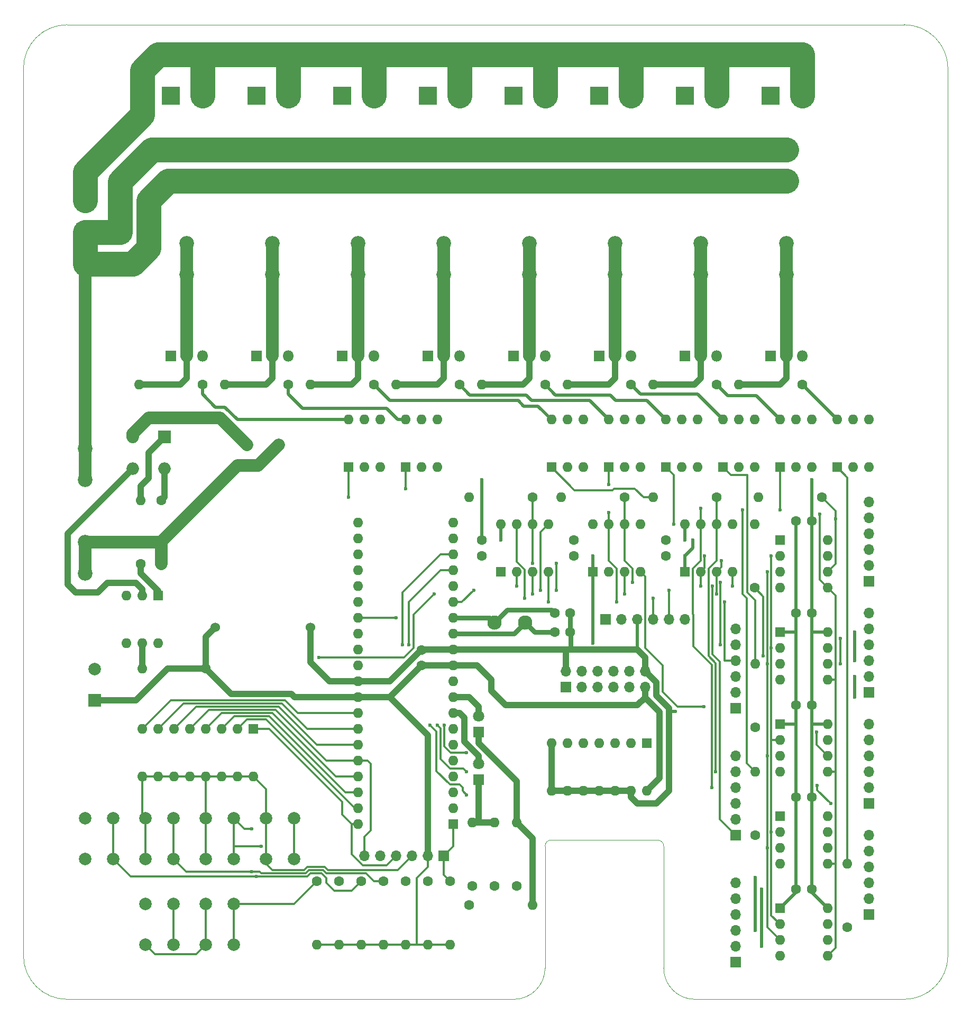
<source format=gbr>
%TF.GenerationSoftware,KiCad,Pcbnew,4.0.7*%
%TF.CreationDate,2018-08-22T18:45:23+01:00*%
%TF.ProjectId,dmx-eth-dimmer,646D782D6574682D64696D6D65722E6B,rev?*%
%TF.FileFunction,Copper,L2,Bot,Signal*%
%FSLAX46Y46*%
G04 Gerber Fmt 4.6, Leading zero omitted, Abs format (unit mm)*
G04 Created by KiCad (PCBNEW 4.0.7) date 08/22/18 18:45:23*
%MOMM*%
%LPD*%
G01*
G04 APERTURE LIST*
%ADD10C,0.150000*%
%ADD11C,0.100000*%
%ADD12R,1.600000X1.600000*%
%ADD13O,1.600000X1.600000*%
%ADD14C,1.600000*%
%ADD15C,1.524000*%
%ADD16R,2.000000X2.000000*%
%ADD17C,2.000000*%
%ADD18R,1.800000X1.800000*%
%ADD19C,1.800000*%
%ADD20O,1.800000X1.800000*%
%ADD21C,2.350000*%
%ADD22R,3.000000X3.000000*%
%ADD23C,3.000000*%
%ADD24R,1.700000X1.700000*%
%ADD25O,1.700000X1.700000*%
%ADD26C,2.300000*%
%ADD27O,2.000000X2.000000*%
%ADD28C,0.600000*%
%ADD29C,0.800000*%
%ADD30C,1.000000*%
%ADD31C,0.500000*%
%ADD32C,0.300000*%
%ADD33C,2.000000*%
%ADD34C,4.000000*%
G04 APERTURE END LIST*
D10*
D11*
X96500000Y-144500000D02*
X96500000Y-164000000D01*
X114500000Y-143500000D02*
X97500000Y-143500000D01*
X115500000Y-164000000D02*
X115500000Y-144500000D01*
X115500000Y-144500000D02*
G75*
G03X114500000Y-143500000I-1000000J0D01*
G01*
X97500000Y-143500000D02*
G75*
G03X96500000Y-144500000I0J-1000000D01*
G01*
X91500000Y-169000000D02*
X20000000Y-169000000D01*
X120500000Y-169000000D02*
X154000000Y-169000000D01*
X115500000Y-164000000D02*
G75*
G03X120500000Y-169000000I5000000J0D01*
G01*
X91500000Y-169000000D02*
G75*
G03X96500000Y-164000000I0J5000000D01*
G01*
X13000000Y-162000000D02*
X13000000Y-20000000D01*
X161000000Y-20000000D02*
X161000000Y-162000000D01*
X20000000Y-13000000D02*
X154000000Y-13000000D01*
X13000000Y-162000000D02*
G75*
G03X20000000Y-169000000I7000000J0D01*
G01*
X154000000Y-169000000D02*
G75*
G03X161000000Y-162000000I0J7000000D01*
G01*
X161000000Y-20000000D02*
G75*
G03X154000000Y-13000000I-7000000J0D01*
G01*
X20000000Y-13000000D02*
G75*
G03X13000000Y-20000000I0J-7000000D01*
G01*
D12*
X134112000Y-95504000D03*
D13*
X141732000Y-103124000D03*
X134112000Y-98044000D03*
X141732000Y-100584000D03*
X134112000Y-100584000D03*
X141732000Y-98044000D03*
X134112000Y-103124000D03*
X141732000Y-95504000D03*
D14*
X137668000Y-70612000D03*
D13*
X127508000Y-70612000D03*
D15*
X43688000Y-109474000D03*
X58928000Y-109474000D03*
X53848000Y-80264000D03*
X48768000Y-80264000D03*
D14*
X98044000Y-110236000D03*
X100544000Y-110236000D03*
X98044000Y-107188000D03*
X100544000Y-107188000D03*
D16*
X24384000Y-121158000D03*
D17*
X24384000Y-116158000D03*
D14*
X76708000Y-115570000D03*
X76708000Y-113070000D03*
X86360000Y-95504000D03*
X86360000Y-98004000D03*
X101092000Y-95504000D03*
X101092000Y-98004000D03*
X115824000Y-95504000D03*
X115824000Y-98004000D03*
X139192000Y-92456000D03*
X136692000Y-92456000D03*
X139192000Y-107188000D03*
X136692000Y-107188000D03*
X139192000Y-121920000D03*
X136692000Y-121920000D03*
X139192000Y-136652000D03*
X136692000Y-136652000D03*
X139192000Y-151384000D03*
X136692000Y-151384000D03*
D18*
X85852000Y-133858000D03*
D19*
X85852000Y-131318000D03*
D18*
X85852000Y-126238000D03*
D19*
X85852000Y-123698000D03*
D18*
X36576000Y-66040000D03*
D20*
X39116000Y-66040000D03*
X41656000Y-66040000D03*
D18*
X50292000Y-66040000D03*
D20*
X52832000Y-66040000D03*
X55372000Y-66040000D03*
D18*
X64008000Y-66040000D03*
D20*
X66548000Y-66040000D03*
X69088000Y-66040000D03*
D18*
X77724000Y-66040000D03*
D20*
X80264000Y-66040000D03*
X82804000Y-66040000D03*
D18*
X91440000Y-66040000D03*
D20*
X93980000Y-66040000D03*
X96520000Y-66040000D03*
D18*
X105156000Y-66040000D03*
D20*
X107696000Y-66040000D03*
X110236000Y-66040000D03*
D18*
X118872000Y-66040000D03*
D20*
X121412000Y-66040000D03*
X123952000Y-66040000D03*
D18*
X132588000Y-66040000D03*
D20*
X135128000Y-66040000D03*
X137668000Y-66040000D03*
D21*
X22860000Y-85838000D03*
X22860000Y-80838000D03*
X22860000Y-95838000D03*
X22860000Y-100838000D03*
X39116000Y-48020000D03*
X39116000Y-53020000D03*
X39116000Y-38020000D03*
X39116000Y-33020000D03*
X52832000Y-48020000D03*
X52832000Y-53020000D03*
X52832000Y-38020000D03*
X52832000Y-33020000D03*
X66548000Y-48020000D03*
X66548000Y-53020000D03*
X66548000Y-38020000D03*
X66548000Y-33020000D03*
X80264000Y-48020000D03*
X80264000Y-53020000D03*
X80264000Y-38020000D03*
X80264000Y-33020000D03*
X93980000Y-48020000D03*
X93980000Y-53020000D03*
X93980000Y-38020000D03*
X93980000Y-33020000D03*
X107696000Y-48020000D03*
X107696000Y-53020000D03*
X107696000Y-38020000D03*
X107696000Y-33020000D03*
X121412000Y-48020000D03*
X121412000Y-53020000D03*
X121412000Y-38020000D03*
X121412000Y-33020000D03*
X135128000Y-48020000D03*
X135128000Y-53020000D03*
X135128000Y-38020000D03*
X135128000Y-33020000D03*
D22*
X22860000Y-46228000D03*
D23*
X22860000Y-41148000D03*
D24*
X80264000Y-146050000D03*
D25*
X77724000Y-146050000D03*
X75184000Y-146050000D03*
X72644000Y-146050000D03*
X70104000Y-146050000D03*
X67564000Y-146050000D03*
D24*
X106172000Y-108204000D03*
D25*
X108712000Y-108204000D03*
X111252000Y-108204000D03*
X113792000Y-108204000D03*
X116332000Y-108204000D03*
X118872000Y-108204000D03*
D22*
X36576000Y-24384000D03*
D23*
X41656000Y-24384000D03*
D24*
X127000000Y-122428000D03*
D25*
X127000000Y-119888000D03*
X127000000Y-117348000D03*
X127000000Y-114808000D03*
X127000000Y-112268000D03*
X127000000Y-109728000D03*
D22*
X50292000Y-24384000D03*
D23*
X55372000Y-24384000D03*
D24*
X127000000Y-142748000D03*
D25*
X127000000Y-140208000D03*
X127000000Y-137668000D03*
X127000000Y-135128000D03*
X127000000Y-132588000D03*
X127000000Y-130048000D03*
D22*
X64008000Y-24384000D03*
D23*
X69088000Y-24384000D03*
D24*
X148336000Y-102108000D03*
D25*
X148336000Y-99568000D03*
X148336000Y-97028000D03*
X148336000Y-94488000D03*
X148336000Y-91948000D03*
X148336000Y-89408000D03*
D22*
X77724000Y-24384000D03*
D23*
X82804000Y-24384000D03*
D24*
X148336000Y-119888000D03*
D25*
X148336000Y-117348000D03*
X148336000Y-114808000D03*
X148336000Y-112268000D03*
X148336000Y-109728000D03*
X148336000Y-107188000D03*
D22*
X91440000Y-24384000D03*
D23*
X96520000Y-24384000D03*
D24*
X148336000Y-137668000D03*
D25*
X148336000Y-135128000D03*
X148336000Y-132588000D03*
X148336000Y-130048000D03*
X148336000Y-127508000D03*
X148336000Y-124968000D03*
D22*
X105156000Y-24384000D03*
D23*
X110236000Y-24384000D03*
D24*
X148336000Y-155448000D03*
D25*
X148336000Y-152908000D03*
X148336000Y-150368000D03*
X148336000Y-147828000D03*
X148336000Y-145288000D03*
X148336000Y-142748000D03*
D22*
X118872000Y-24384000D03*
D23*
X123952000Y-24384000D03*
D24*
X127000000Y-163068000D03*
D25*
X127000000Y-160528000D03*
X127000000Y-157988000D03*
X127000000Y-155448000D03*
X127000000Y-152908000D03*
X127000000Y-150368000D03*
D22*
X132588000Y-24384000D03*
D23*
X137668000Y-24384000D03*
D14*
X67056000Y-150114000D03*
D13*
X67056000Y-160274000D03*
D14*
X70612000Y-150114000D03*
D13*
X70612000Y-160274000D03*
D14*
X74168000Y-150114000D03*
D13*
X74168000Y-160274000D03*
D14*
X88392000Y-150876000D03*
D13*
X88392000Y-140716000D03*
D14*
X84836000Y-150876000D03*
D13*
X84836000Y-140716000D03*
D14*
X91948000Y-150876000D03*
D13*
X91948000Y-140716000D03*
D14*
X84328000Y-153924000D03*
D13*
X94488000Y-153924000D03*
D14*
X77724000Y-150114000D03*
D13*
X77724000Y-160274000D03*
D14*
X63500000Y-150114000D03*
D13*
X63500000Y-160274000D03*
D14*
X59944000Y-150114000D03*
D13*
X59944000Y-160274000D03*
D14*
X42164000Y-116078000D03*
D13*
X32004000Y-116078000D03*
D14*
X94488000Y-88646000D03*
D13*
X84328000Y-88646000D03*
D14*
X41656000Y-70612000D03*
D13*
X31496000Y-70612000D03*
D14*
X109220000Y-88646000D03*
D13*
X99060000Y-88646000D03*
D14*
X55372000Y-70612000D03*
D13*
X45212000Y-70612000D03*
D14*
X123952000Y-88646000D03*
D13*
X113792000Y-88646000D03*
D14*
X69088000Y-70612000D03*
D13*
X58928000Y-70612000D03*
D14*
X140843000Y-88646000D03*
D13*
X130683000Y-88646000D03*
D14*
X82804000Y-70612000D03*
D13*
X72644000Y-70612000D03*
D14*
X130048000Y-103124000D03*
D13*
X130048000Y-92964000D03*
D14*
X96520000Y-70612000D03*
D13*
X86360000Y-70612000D03*
D14*
X130175000Y-125476000D03*
D13*
X130175000Y-115316000D03*
D14*
X110236000Y-70612000D03*
D13*
X100076000Y-70612000D03*
D14*
X130175000Y-142748000D03*
D13*
X130175000Y-132588000D03*
D14*
X123952000Y-70612000D03*
D13*
X113792000Y-70612000D03*
D14*
X144907000Y-157480000D03*
D13*
X144907000Y-147320000D03*
D14*
X35052000Y-89154000D03*
D13*
X35052000Y-99314000D03*
D14*
X31750000Y-99314000D03*
D13*
X31750000Y-89154000D03*
D14*
X81280000Y-150114000D03*
D13*
X81280000Y-160274000D03*
D12*
X49784000Y-125730000D03*
D13*
X32004000Y-133350000D03*
X47244000Y-125730000D03*
X34544000Y-133350000D03*
X44704000Y-125730000D03*
X37084000Y-133350000D03*
X42164000Y-125730000D03*
X39624000Y-133350000D03*
X39624000Y-125730000D03*
X42164000Y-133350000D03*
X37084000Y-125730000D03*
X44704000Y-133350000D03*
X34544000Y-125730000D03*
X47244000Y-133350000D03*
X32004000Y-125730000D03*
X49784000Y-133350000D03*
D12*
X81788000Y-140970000D03*
D13*
X66548000Y-92710000D03*
X81788000Y-138430000D03*
X66548000Y-95250000D03*
X81788000Y-135890000D03*
X66548000Y-97790000D03*
X81788000Y-133350000D03*
X66548000Y-100330000D03*
X81788000Y-130810000D03*
X66548000Y-102870000D03*
X81788000Y-128270000D03*
X66548000Y-105410000D03*
X81788000Y-125730000D03*
X66548000Y-107950000D03*
X81788000Y-123190000D03*
X66548000Y-110490000D03*
X81788000Y-120650000D03*
X66548000Y-113030000D03*
X81788000Y-118110000D03*
X66548000Y-115570000D03*
X81788000Y-115570000D03*
X66548000Y-118110000D03*
X81788000Y-113030000D03*
X66548000Y-120650000D03*
X81788000Y-110490000D03*
X66548000Y-123190000D03*
X81788000Y-107950000D03*
X66548000Y-125730000D03*
X81788000Y-105410000D03*
X66548000Y-128270000D03*
X81788000Y-102870000D03*
X66548000Y-130810000D03*
X81788000Y-100330000D03*
X66548000Y-133350000D03*
X81788000Y-97790000D03*
X66548000Y-135890000D03*
X81788000Y-95250000D03*
X66548000Y-138430000D03*
X81788000Y-92710000D03*
X66548000Y-140970000D03*
D12*
X112776000Y-128016000D03*
D13*
X97536000Y-135636000D03*
X110236000Y-128016000D03*
X100076000Y-135636000D03*
X107696000Y-128016000D03*
X102616000Y-135636000D03*
X105156000Y-128016000D03*
X105156000Y-135636000D03*
X102616000Y-128016000D03*
X107696000Y-135636000D03*
X100076000Y-128016000D03*
X110236000Y-135636000D03*
X97536000Y-128016000D03*
X112776000Y-135636000D03*
D12*
X34544000Y-104394000D03*
D13*
X29464000Y-112014000D03*
X32004000Y-104394000D03*
X32004000Y-112014000D03*
X29464000Y-104394000D03*
X34544000Y-112014000D03*
D12*
X89408000Y-100584000D03*
D13*
X97028000Y-92964000D03*
X91948000Y-100584000D03*
X94488000Y-92964000D03*
X94488000Y-100584000D03*
X91948000Y-92964000D03*
X97028000Y-100584000D03*
X89408000Y-92964000D03*
D12*
X65024000Y-83820000D03*
D13*
X70104000Y-76200000D03*
X67564000Y-83820000D03*
X67564000Y-76200000D03*
X70104000Y-83820000D03*
X65024000Y-76200000D03*
D12*
X104140000Y-100584000D03*
D13*
X111760000Y-92964000D03*
X106680000Y-100584000D03*
X109220000Y-92964000D03*
X109220000Y-100584000D03*
X106680000Y-92964000D03*
X111760000Y-100584000D03*
X104140000Y-92964000D03*
D12*
X74168000Y-83820000D03*
D13*
X79248000Y-76200000D03*
X76708000Y-83820000D03*
X76708000Y-76200000D03*
X79248000Y-83820000D03*
X74168000Y-76200000D03*
D12*
X118872000Y-100584000D03*
D13*
X126492000Y-92964000D03*
X121412000Y-100584000D03*
X123952000Y-92964000D03*
X123952000Y-100584000D03*
X121412000Y-92964000D03*
X126492000Y-100584000D03*
X118872000Y-92964000D03*
D12*
X97536000Y-83820000D03*
D13*
X102616000Y-76200000D03*
X100076000Y-83820000D03*
X100076000Y-76200000D03*
X102616000Y-83820000D03*
X97536000Y-76200000D03*
D12*
X106680000Y-83820000D03*
D13*
X111760000Y-76200000D03*
X109220000Y-83820000D03*
X109220000Y-76200000D03*
X111760000Y-83820000D03*
X106680000Y-76200000D03*
D12*
X134112000Y-110236000D03*
D13*
X141732000Y-117856000D03*
X134112000Y-112776000D03*
X141732000Y-115316000D03*
X134112000Y-115316000D03*
X141732000Y-112776000D03*
X134112000Y-117856000D03*
X141732000Y-110236000D03*
D12*
X115824000Y-83820000D03*
D13*
X120904000Y-76200000D03*
X118364000Y-83820000D03*
X118364000Y-76200000D03*
X120904000Y-83820000D03*
X115824000Y-76200000D03*
D12*
X134112000Y-124968000D03*
D13*
X141732000Y-132588000D03*
X134112000Y-127508000D03*
X141732000Y-130048000D03*
X134112000Y-130048000D03*
X141732000Y-127508000D03*
X134112000Y-132588000D03*
X141732000Y-124968000D03*
D12*
X124968000Y-83820000D03*
D13*
X130048000Y-76200000D03*
X127508000Y-83820000D03*
X127508000Y-76200000D03*
X130048000Y-83820000D03*
X124968000Y-76200000D03*
D12*
X134112000Y-139700000D03*
D13*
X141732000Y-147320000D03*
X134112000Y-142240000D03*
X141732000Y-144780000D03*
X134112000Y-144780000D03*
X141732000Y-142240000D03*
X134112000Y-147320000D03*
X141732000Y-139700000D03*
D12*
X134112000Y-83820000D03*
D13*
X139192000Y-76200000D03*
X136652000Y-83820000D03*
X136652000Y-76200000D03*
X139192000Y-83820000D03*
X134112000Y-76200000D03*
D12*
X134112000Y-154432000D03*
D13*
X141732000Y-162052000D03*
X134112000Y-156972000D03*
X141732000Y-159512000D03*
X134112000Y-159512000D03*
X141732000Y-156972000D03*
X134112000Y-162052000D03*
X141732000Y-154432000D03*
D12*
X143256000Y-83820000D03*
D13*
X148336000Y-76200000D03*
X145796000Y-83820000D03*
X145796000Y-76200000D03*
X148336000Y-83820000D03*
X143256000Y-76200000D03*
D26*
X88392000Y-108712000D03*
X93292000Y-108712000D03*
D27*
X35560000Y-84074000D03*
X30480000Y-78994000D03*
X30480000Y-84074000D03*
D16*
X35560000Y-78994000D03*
D17*
X27360000Y-146558000D03*
X22860000Y-146558000D03*
X27360000Y-140058000D03*
X22860000Y-140058000D03*
X37012000Y-146558000D03*
X32512000Y-146558000D03*
X37012000Y-140058000D03*
X32512000Y-140058000D03*
X46664000Y-146558000D03*
X42164000Y-146558000D03*
X46664000Y-140058000D03*
X42164000Y-140058000D03*
X56316000Y-146558000D03*
X51816000Y-146558000D03*
X56316000Y-140058000D03*
X51816000Y-140058000D03*
X37012000Y-160274000D03*
X32512000Y-160274000D03*
X37012000Y-153774000D03*
X32512000Y-153774000D03*
X46664000Y-160274000D03*
X42164000Y-160274000D03*
X46664000Y-153774000D03*
X42164000Y-153774000D03*
D24*
X99800000Y-119000000D03*
D25*
X99800000Y-116460000D03*
X102340000Y-119000000D03*
X102340000Y-116460000D03*
X104880000Y-119000000D03*
X104880000Y-116460000D03*
X107420000Y-119000000D03*
X107420000Y-116460000D03*
X109960000Y-119000000D03*
X109960000Y-116460000D03*
X112500000Y-119000000D03*
X112500000Y-116460000D03*
D28*
X130175000Y-149479000D03*
X130175000Y-157988000D03*
X146050000Y-110236000D03*
X146050000Y-114808000D03*
X117348000Y-122936000D03*
X139192000Y-139700000D03*
X139192000Y-95504000D03*
X118872000Y-95504000D03*
X139192000Y-85852000D03*
X89408000Y-95504000D03*
X86360000Y-85852000D03*
X61976000Y-118110000D03*
X131191000Y-160528000D03*
X131191000Y-151384000D03*
X146050000Y-120650000D03*
X146050000Y-117348000D03*
X136652000Y-104521000D03*
X136652000Y-119888000D03*
X136652000Y-139700000D03*
X136652000Y-95504000D03*
X120142000Y-95504000D03*
X118872000Y-98044000D03*
X104140000Y-112014000D03*
X104140000Y-98044000D03*
X73660000Y-112268000D03*
X74676000Y-112268000D03*
X97028000Y-105410000D03*
X113792000Y-104775000D03*
X93218000Y-104775000D03*
X94488000Y-99187000D03*
X98298000Y-99187000D03*
X98298000Y-103505000D03*
X116332000Y-103505000D03*
X121920000Y-122174000D03*
X106680000Y-91059000D03*
X107950000Y-105410000D03*
X125222000Y-105410000D03*
X124587000Y-112268000D03*
X124587000Y-102235000D03*
X110490000Y-102235000D03*
X123317000Y-102870000D03*
X126492000Y-102870000D03*
X123190000Y-135128000D03*
X121412000Y-90424000D03*
X123825000Y-132588000D03*
X143002000Y-92075000D03*
X72644000Y-107950000D03*
X143764000Y-115316000D03*
X143764000Y-111252000D03*
X131445000Y-114046000D03*
X140081000Y-134747000D03*
X142240000Y-137668000D03*
X83947000Y-129540000D03*
X80391000Y-125095000D03*
X139954000Y-126238000D03*
X79248000Y-125095000D03*
X83947000Y-132588000D03*
X83947000Y-136271000D03*
X78105000Y-125095000D03*
X50292000Y-149352000D03*
X49530000Y-148590000D03*
X124714000Y-98806000D03*
X132080000Y-144780000D03*
X132080000Y-130048000D03*
X132080000Y-100584000D03*
X132080000Y-115316000D03*
X123952000Y-104140000D03*
X109220000Y-104140000D03*
X94488000Y-104140000D03*
X78740000Y-104140000D03*
X60325000Y-114300000D03*
X65024000Y-88646000D03*
X74168000Y-87249000D03*
X106680000Y-86614000D03*
X117094000Y-92964000D03*
X134112000Y-90678000D03*
X128143000Y-90678000D03*
X140462000Y-91313000D03*
X95758000Y-103505000D03*
X85090000Y-103505000D03*
X132715000Y-142240000D03*
X132715000Y-98044000D03*
X132715000Y-112776000D03*
X122047000Y-98044000D03*
X121412000Y-102870000D03*
X91948000Y-102870000D03*
X51054000Y-144526000D03*
X49530000Y-141732000D03*
D29*
X98044000Y-110236000D02*
X94816000Y-110236000D01*
X94816000Y-110236000D02*
X93292000Y-108712000D01*
X81788000Y-110490000D02*
X91514000Y-110490000D01*
X91514000Y-110490000D02*
X93292000Y-108712000D01*
D30*
X99800000Y-116460000D02*
X99800000Y-113080000D01*
X99750000Y-113030000D02*
X99568000Y-113030000D01*
X99800000Y-113080000D02*
X99750000Y-113030000D01*
X112500000Y-116460000D02*
X112500000Y-114278000D01*
X112500000Y-114278000D02*
X111252000Y-113030000D01*
D31*
X141732000Y-110236000D02*
X139192000Y-110236000D01*
X141732000Y-124968000D02*
X139192000Y-124968000D01*
X130175000Y-157988000D02*
X130175000Y-149479000D01*
X146050000Y-114808000D02*
X146050000Y-110236000D01*
X117348000Y-122936000D02*
X116332000Y-122936000D01*
X139192000Y-151384000D02*
X139192000Y-151892000D01*
X139192000Y-151892000D02*
X141732000Y-154432000D01*
X139192000Y-136652000D02*
X139192000Y-139700000D01*
X139192000Y-139700000D02*
X139192000Y-151384000D01*
X139192000Y-121920000D02*
X139192000Y-124968000D01*
X139192000Y-124968000D02*
X139192000Y-136652000D01*
X139192000Y-107188000D02*
X139192000Y-110236000D01*
X139192000Y-110236000D02*
X139192000Y-121920000D01*
X139192000Y-92456000D02*
X139192000Y-95504000D01*
X139192000Y-95504000D02*
X139192000Y-107188000D01*
X118872000Y-95504000D02*
X118872000Y-92964000D01*
X139192000Y-92456000D02*
X139192000Y-85852000D01*
X111252000Y-108204000D02*
X111252000Y-113030000D01*
X89408000Y-92964000D02*
X89408000Y-95504000D01*
X86360000Y-95504000D02*
X86360000Y-85852000D01*
D29*
X100544000Y-110236000D02*
X100584000Y-110276000D01*
X100584000Y-110276000D02*
X100584000Y-113030000D01*
X100544000Y-107188000D02*
X100544000Y-110236000D01*
D30*
X97536000Y-135636000D02*
X97536000Y-128016000D01*
X110236000Y-135636000D02*
X107696000Y-135636000D01*
X107696000Y-135636000D02*
X105156000Y-135636000D01*
X105156000Y-135636000D02*
X102616000Y-135636000D01*
X102616000Y-135636000D02*
X100076000Y-135636000D01*
X100076000Y-135636000D02*
X97536000Y-135636000D01*
X112500000Y-116460000D02*
X114300000Y-118246000D01*
X110236000Y-136652000D02*
X110236000Y-135636000D01*
X111252000Y-137668000D02*
X110236000Y-136652000D01*
X114300000Y-137668000D02*
X111252000Y-137668000D01*
X116332000Y-135636000D02*
X114300000Y-137668000D01*
X116332000Y-122428000D02*
X116332000Y-122936000D01*
X116332000Y-122936000D02*
X116332000Y-135636000D01*
X114300000Y-120396000D02*
X116332000Y-122428000D01*
X114300000Y-118246000D02*
X114300000Y-120396000D01*
X111252000Y-113030000D02*
X100584000Y-113030000D01*
X100584000Y-113030000D02*
X99568000Y-113030000D01*
X99568000Y-113030000D02*
X81788000Y-113030000D01*
X58928000Y-109474000D02*
X58928000Y-115062000D01*
X58928000Y-115062000D02*
X61976000Y-118110000D01*
X61976000Y-118110000D02*
X66548000Y-118110000D01*
D32*
X51816000Y-146558000D02*
X51816000Y-147320000D01*
X51816000Y-147320000D02*
X52832000Y-148336000D01*
X72898000Y-148336000D02*
X75184000Y-146050000D01*
X61722000Y-148336000D02*
X72898000Y-148336000D01*
X61214000Y-147828000D02*
X61722000Y-148336000D01*
X58420000Y-147828000D02*
X61214000Y-147828000D01*
X57912000Y-148336000D02*
X58420000Y-147828000D01*
X52832000Y-148336000D02*
X57912000Y-148336000D01*
X32512000Y-140058000D02*
X32004000Y-139550000D01*
X32004000Y-139550000D02*
X32004000Y-133350000D01*
D30*
X66548000Y-118110000D02*
X71668000Y-118110000D01*
X71668000Y-118110000D02*
X76748000Y-113030000D01*
X76748000Y-113030000D02*
X81788000Y-113030000D01*
D32*
X32512000Y-160274000D02*
X34036000Y-161798000D01*
X40640000Y-161798000D02*
X42164000Y-160274000D01*
X34036000Y-161798000D02*
X40640000Y-161798000D01*
X42164000Y-160274000D02*
X42164000Y-153774000D01*
X51816000Y-140058000D02*
X51816000Y-146558000D01*
X42164000Y-140058000D02*
X42164000Y-146558000D01*
X32512000Y-140058000D02*
X32512000Y-146558000D01*
X32512000Y-133858000D02*
X32004000Y-133350000D01*
X42164000Y-140058000D02*
X42164000Y-133350000D01*
X51816000Y-140058000D02*
X51816000Y-135382000D01*
X51816000Y-135382000D02*
X49784000Y-133350000D01*
X32004000Y-133350000D02*
X34544000Y-133350000D01*
X34544000Y-133350000D02*
X37084000Y-133350000D01*
X37084000Y-133350000D02*
X39624000Y-133350000D01*
X39624000Y-133350000D02*
X42164000Y-133350000D01*
X42164000Y-133350000D02*
X44704000Y-133350000D01*
X44704000Y-133350000D02*
X47244000Y-133350000D01*
X47244000Y-133350000D02*
X49784000Y-133350000D01*
D29*
X98044000Y-107188000D02*
X97536000Y-106680000D01*
X97536000Y-106680000D02*
X90424000Y-106680000D01*
X90424000Y-106680000D02*
X88392000Y-108712000D01*
X81788000Y-107950000D02*
X87630000Y-107950000D01*
X87630000Y-107950000D02*
X88392000Y-108712000D01*
D30*
X114808000Y-133604000D02*
X114808000Y-122980000D01*
X112776000Y-135636000D02*
X114808000Y-133604000D01*
X114808000Y-122980000D02*
X112500000Y-120672000D01*
X112500000Y-119000000D02*
X112500000Y-120672000D01*
X90170000Y-121920000D02*
X111252000Y-121920000D01*
X87884000Y-119634000D02*
X90170000Y-121920000D01*
X87884000Y-117856000D02*
X87884000Y-119634000D01*
X85598000Y-115570000D02*
X87884000Y-117856000D01*
X85598000Y-115570000D02*
X81788000Y-115570000D01*
X112500000Y-120672000D02*
X111252000Y-121920000D01*
D31*
X136692000Y-110236000D02*
X134112000Y-110236000D01*
X134112000Y-124968000D02*
X136692000Y-124968000D01*
X131191000Y-151384000D02*
X131191000Y-160528000D01*
X146050000Y-117348000D02*
X146050000Y-120650000D01*
X136652000Y-104521000D02*
X136692000Y-104521000D01*
X136692000Y-104521000D02*
X136652000Y-104521000D01*
X136652000Y-104521000D02*
X136692000Y-104521000D01*
X136652000Y-119888000D02*
X136692000Y-119888000D01*
X136692000Y-119888000D02*
X136652000Y-119888000D01*
X136652000Y-119888000D02*
X136692000Y-119888000D01*
X136692000Y-151384000D02*
X136692000Y-151852000D01*
X136692000Y-151852000D02*
X134112000Y-154432000D01*
X136652000Y-139700000D02*
X136692000Y-139700000D01*
X136692000Y-139700000D02*
X136652000Y-139700000D01*
X136652000Y-139700000D02*
X136692000Y-139700000D01*
X136692000Y-136652000D02*
X136692000Y-139700000D01*
X136692000Y-139700000D02*
X136692000Y-151384000D01*
X136692000Y-121920000D02*
X136692000Y-124968000D01*
X136692000Y-124968000D02*
X136692000Y-136652000D01*
X136692000Y-107188000D02*
X136692000Y-110236000D01*
X136692000Y-110236000D02*
X136692000Y-119888000D01*
X136692000Y-119888000D02*
X136692000Y-121920000D01*
X136652000Y-95504000D02*
X136692000Y-95504000D01*
X136692000Y-95504000D02*
X136652000Y-95504000D01*
X136652000Y-95504000D02*
X136692000Y-95504000D01*
X136692000Y-92456000D02*
X136692000Y-95504000D01*
X136692000Y-95504000D02*
X136692000Y-104521000D01*
X136692000Y-104521000D02*
X136692000Y-107188000D01*
X120142000Y-96774000D02*
X118872000Y-98044000D01*
X120142000Y-95504000D02*
X120142000Y-96774000D01*
X118872000Y-100584000D02*
X118872000Y-98044000D01*
X104140000Y-100584000D02*
X104140000Y-112014000D01*
X104140000Y-100584000D02*
X104140000Y-98044000D01*
D30*
X77724000Y-146050000D02*
X77724000Y-126746000D01*
X77724000Y-126746000D02*
X71628000Y-120650000D01*
X42164000Y-116078000D02*
X42164000Y-110998000D01*
X42164000Y-110998000D02*
X43688000Y-109474000D01*
D32*
X77724000Y-146050000D02*
X77724000Y-147828000D01*
X75946000Y-149606000D02*
X75946000Y-160274000D01*
X77724000Y-147828000D02*
X75946000Y-149606000D01*
X77724000Y-160274000D02*
X81280000Y-160274000D01*
D30*
X24384000Y-121158000D02*
X30988000Y-121158000D01*
X36068000Y-116078000D02*
X42164000Y-116078000D01*
X30988000Y-121158000D02*
X36068000Y-116078000D01*
X66548000Y-120650000D02*
X71628000Y-120650000D01*
X71628000Y-120650000D02*
X76708000Y-115570000D01*
X76708000Y-115570000D02*
X81788000Y-115570000D01*
X42164000Y-116078000D02*
X46228000Y-120142000D01*
X46228000Y-120142000D02*
X55880000Y-120142000D01*
X55880000Y-120142000D02*
X56388000Y-120650000D01*
X56388000Y-120650000D02*
X66548000Y-120650000D01*
D32*
X59944000Y-160274000D02*
X63500000Y-160274000D01*
X63500000Y-160274000D02*
X67056000Y-160274000D01*
X67056000Y-160274000D02*
X70612000Y-160274000D01*
X70612000Y-160274000D02*
X74168000Y-160274000D01*
X74168000Y-160274000D02*
X75946000Y-160274000D01*
X75946000Y-160274000D02*
X77724000Y-160274000D01*
D30*
X85852000Y-133858000D02*
X85852000Y-140716000D01*
X84836000Y-140716000D02*
X85852000Y-140716000D01*
X85852000Y-140716000D02*
X88392000Y-140716000D01*
X81788000Y-123190000D02*
X82804000Y-123190000D01*
X85852000Y-130048000D02*
X85852000Y-131318000D01*
X83566000Y-127762000D02*
X85852000Y-130048000D01*
X83566000Y-123952000D02*
X83566000Y-127762000D01*
X82804000Y-123190000D02*
X83566000Y-123952000D01*
X91948000Y-140716000D02*
X94488000Y-143256000D01*
X94488000Y-143256000D02*
X94488000Y-153924000D01*
X85852000Y-126238000D02*
X85852000Y-128016000D01*
X91948000Y-134112000D02*
X91948000Y-140716000D01*
X85852000Y-128016000D02*
X91948000Y-134112000D01*
X81788000Y-120650000D02*
X84328000Y-120650000D01*
X85852000Y-122174000D02*
X85852000Y-123698000D01*
X84328000Y-120650000D02*
X85852000Y-122174000D01*
X39116000Y-66040000D02*
X39116000Y-69596000D01*
X38100000Y-70612000D02*
X31496000Y-70612000D01*
X39116000Y-69596000D02*
X38100000Y-70612000D01*
D33*
X39116000Y-48020000D02*
X39116000Y-53020000D01*
X39116000Y-53020000D02*
X39116000Y-66040000D01*
D30*
X52832000Y-66040000D02*
X52832000Y-69596000D01*
X51816000Y-70612000D02*
X45212000Y-70612000D01*
X52832000Y-69596000D02*
X51816000Y-70612000D01*
D33*
X52832000Y-48020000D02*
X52832000Y-53020000D01*
X52832000Y-53020000D02*
X52832000Y-66040000D01*
D30*
X66548000Y-66040000D02*
X66548000Y-69596000D01*
X65532000Y-70612000D02*
X58928000Y-70612000D01*
X66548000Y-69596000D02*
X65532000Y-70612000D01*
D33*
X66548000Y-48020000D02*
X66548000Y-53020000D01*
X66548000Y-53020000D02*
X66548000Y-66040000D01*
D30*
X80264000Y-66040000D02*
X80264000Y-69596000D01*
X79248000Y-70612000D02*
X72644000Y-70612000D01*
X80264000Y-69596000D02*
X79248000Y-70612000D01*
D33*
X80264000Y-48020000D02*
X80264000Y-53020000D01*
X80264000Y-53020000D02*
X80264000Y-66040000D01*
D30*
X93980000Y-66040000D02*
X93980000Y-69596000D01*
X92964000Y-70612000D02*
X86360000Y-70612000D01*
X93980000Y-69596000D02*
X92964000Y-70612000D01*
D33*
X93980000Y-48020000D02*
X93980000Y-53020000D01*
X93980000Y-53020000D02*
X93980000Y-66040000D01*
D30*
X107696000Y-66040000D02*
X107696000Y-69596000D01*
X106680000Y-70612000D02*
X100076000Y-70612000D01*
X107696000Y-69596000D02*
X106680000Y-70612000D01*
D33*
X107696000Y-48020000D02*
X107696000Y-53020000D01*
X107696000Y-53020000D02*
X107696000Y-66040000D01*
D30*
X121412000Y-66040000D02*
X121412000Y-69596000D01*
X120396000Y-70612000D02*
X113792000Y-70612000D01*
X121412000Y-69596000D02*
X120396000Y-70612000D01*
D33*
X121412000Y-48020000D02*
X121412000Y-53020000D01*
X121412000Y-53020000D02*
X121412000Y-66040000D01*
D30*
X135128000Y-66040000D02*
X135128000Y-69596000D01*
X134112000Y-70612000D02*
X127508000Y-70612000D01*
X135128000Y-69596000D02*
X134112000Y-70612000D01*
D33*
X135128000Y-48020000D02*
X135128000Y-53020000D01*
X135128000Y-53020000D02*
X135128000Y-66040000D01*
X22860000Y-80838000D02*
X22860000Y-51308000D01*
D34*
X39116000Y-38020000D02*
X36148000Y-38020000D01*
X36148000Y-38020000D02*
X33020000Y-41148000D01*
X33020000Y-41148000D02*
X33020000Y-48768000D01*
X33020000Y-48768000D02*
X30480000Y-51308000D01*
X30480000Y-51308000D02*
X22860000Y-51308000D01*
X22860000Y-51308000D02*
X22860000Y-46228000D01*
X39116000Y-33020000D02*
X33528000Y-33020000D01*
X33528000Y-33020000D02*
X28448000Y-38100000D01*
X28448000Y-38100000D02*
X28448000Y-46228000D01*
X28448000Y-46228000D02*
X22860000Y-46228000D01*
X52832000Y-38020000D02*
X39116000Y-38020000D01*
X39116000Y-33020000D02*
X52832000Y-33020000D01*
X52832000Y-33020000D02*
X66548000Y-33020000D01*
X66548000Y-33020000D02*
X80264000Y-33020000D01*
X80264000Y-33020000D02*
X93980000Y-33020000D01*
X93980000Y-33020000D02*
X107696000Y-33020000D01*
X107696000Y-33020000D02*
X121412000Y-33020000D01*
X121412000Y-33020000D02*
X135128000Y-33020000D01*
X52832000Y-38020000D02*
X66548000Y-38020000D01*
X66548000Y-38020000D02*
X80264000Y-38020000D01*
X80264000Y-38020000D02*
X93980000Y-38020000D01*
X93980000Y-38020000D02*
X107696000Y-38020000D01*
X107696000Y-38020000D02*
X121412000Y-38020000D01*
X121412000Y-38020000D02*
X135128000Y-38020000D01*
D33*
X22860000Y-80838000D02*
X22860000Y-85838000D01*
X35052000Y-99314000D02*
X35052000Y-95918000D01*
X35052000Y-95918000D02*
X34972000Y-95838000D01*
X22860000Y-95838000D02*
X34972000Y-95838000D01*
X50546000Y-83566000D02*
X53848000Y-80264000D01*
X47244000Y-83566000D02*
X50546000Y-83566000D01*
X34972000Y-95838000D02*
X47244000Y-83566000D01*
X22860000Y-95838000D02*
X22860000Y-100838000D01*
D34*
X22860000Y-41148000D02*
X22860000Y-36576000D01*
X22860000Y-36576000D02*
X32004000Y-27432000D01*
X32004000Y-27432000D02*
X32004000Y-20320000D01*
X32004000Y-20320000D02*
X34544000Y-17780000D01*
X34544000Y-17780000D02*
X41656000Y-17780000D01*
X123952000Y-24384000D02*
X123952000Y-17780000D01*
X123952000Y-17780000D02*
X123444000Y-17780000D01*
X110236000Y-24384000D02*
X110236000Y-17780000D01*
X96520000Y-24384000D02*
X96520000Y-17780000D01*
X82804000Y-24384000D02*
X82804000Y-17780000D01*
X69088000Y-24384000D02*
X69088000Y-17780000D01*
X55372000Y-24384000D02*
X55372000Y-17780000D01*
X41656000Y-24384000D02*
X41656000Y-17780000D01*
X137668000Y-17780000D02*
X137668000Y-24384000D01*
X41656000Y-17780000D02*
X55372000Y-17780000D01*
X55372000Y-17780000D02*
X69088000Y-17780000D01*
X69088000Y-17780000D02*
X82804000Y-17780000D01*
X82804000Y-17780000D02*
X96520000Y-17780000D01*
X96520000Y-17780000D02*
X110236000Y-17780000D01*
X110236000Y-17780000D02*
X123444000Y-17780000D01*
X123444000Y-17780000D02*
X137668000Y-17780000D01*
D33*
X30480000Y-78994000D02*
X30480000Y-78486000D01*
X30480000Y-78486000D02*
X33020000Y-75946000D01*
X33020000Y-75946000D02*
X44450000Y-75946000D01*
X44450000Y-75946000D02*
X48768000Y-80264000D01*
D32*
X73660000Y-112268000D02*
X73660000Y-103886000D01*
X73660000Y-103886000D02*
X79756000Y-97790000D01*
X79756000Y-97790000D02*
X81788000Y-97790000D01*
X81788000Y-100330000D02*
X79756000Y-100330000D01*
X74676000Y-105410000D02*
X79756000Y-100330000D01*
X74676000Y-112268000D02*
X74676000Y-105410000D01*
X80264000Y-146050000D02*
X80264000Y-149098000D01*
X80264000Y-149098000D02*
X81280000Y-150114000D01*
X81788000Y-140970000D02*
X81788000Y-144526000D01*
X81788000Y-144526000D02*
X80264000Y-146050000D01*
X72644000Y-146050000D02*
X71120000Y-147574000D01*
X65532000Y-145796000D02*
X65532000Y-140970000D01*
X67310000Y-147574000D02*
X65532000Y-145796000D01*
X71120000Y-147574000D02*
X67310000Y-147574000D01*
X66548000Y-140970000D02*
X65532000Y-140970000D01*
X52324000Y-125730000D02*
X49784000Y-125730000D01*
X64008000Y-137414000D02*
X52324000Y-125730000D01*
X64008000Y-139446000D02*
X64008000Y-137414000D01*
X65532000Y-140970000D02*
X64008000Y-139446000D01*
X66548000Y-138430000D02*
X66040000Y-138430000D01*
X66040000Y-138430000D02*
X51816000Y-124206000D01*
X48768000Y-124206000D02*
X47244000Y-125730000D01*
X51816000Y-124206000D02*
X48768000Y-124206000D01*
X67564000Y-146050000D02*
X67564000Y-143002000D01*
X68072000Y-130810000D02*
X66548000Y-130810000D01*
X68580000Y-131318000D02*
X68072000Y-130810000D01*
X68580000Y-141986000D02*
X68580000Y-131318000D01*
X67564000Y-143002000D02*
X68580000Y-141986000D01*
X66548000Y-130810000D02*
X61468000Y-130810000D01*
X42664002Y-122689998D02*
X39624000Y-125730000D01*
X53347998Y-122689998D02*
X42664002Y-122689998D01*
X61468000Y-130810000D02*
X53347998Y-122689998D01*
X97028000Y-105410000D02*
X97028000Y-100584000D01*
X91948000Y-92964000D02*
X91948000Y-98933000D01*
X113792000Y-104775000D02*
X113792000Y-108204000D01*
X93218000Y-100203000D02*
X93218000Y-104775000D01*
X91948000Y-98933000D02*
X93218000Y-100203000D01*
X116332000Y-108204000D02*
X116332000Y-103505000D01*
X98298000Y-99187000D02*
X98298000Y-103505000D01*
X94488000Y-99187000D02*
X94488000Y-92964000D01*
X94488000Y-92964000D02*
X94488000Y-88646000D01*
X112522000Y-101346000D02*
X112522000Y-112776000D01*
X112522000Y-112776000D02*
X115316000Y-115570000D01*
X115316000Y-115570000D02*
X115316000Y-119761000D01*
X115316000Y-119761000D02*
X117729000Y-122174000D01*
X112522000Y-101346000D02*
X111760000Y-100584000D01*
X121920000Y-122174000D02*
X117729000Y-122174000D01*
X106680000Y-92964000D02*
X106680000Y-91059000D01*
X127000000Y-114808000D02*
X125222000Y-114808000D01*
X106680000Y-98806000D02*
X107950000Y-100076000D01*
X107950000Y-100076000D02*
X107950000Y-105410000D01*
X125222000Y-105410000D02*
X125222000Y-114808000D01*
X106680000Y-98806000D02*
X106680000Y-92964000D01*
X109220000Y-92964000D02*
X109220000Y-98806000D01*
X124587000Y-102235000D02*
X124587000Y-112268000D01*
X110490000Y-100076000D02*
X110490000Y-102235000D01*
X109220000Y-98806000D02*
X110490000Y-100076000D01*
X109220000Y-88646000D02*
X109220000Y-92964000D01*
X126492000Y-100584000D02*
X126492000Y-102870000D01*
X124460000Y-140208000D02*
X127000000Y-142748000D01*
X124460000Y-114935000D02*
X124460000Y-140208000D01*
X123317000Y-113792000D02*
X124460000Y-114935000D01*
X123317000Y-102870000D02*
X123317000Y-113792000D01*
X120269000Y-112522000D02*
X123190000Y-115443000D01*
X123190000Y-115443000D02*
X123190000Y-135128000D01*
X121412000Y-92964000D02*
X121412000Y-98806000D01*
X120269000Y-107442000D02*
X120269000Y-112522000D01*
X120142000Y-107315000D02*
X120269000Y-107442000D01*
X120142000Y-100076000D02*
X120142000Y-107315000D01*
X121412000Y-98806000D02*
X120142000Y-100076000D01*
X121412000Y-92964000D02*
X121412000Y-90424000D01*
X123952000Y-92964000D02*
X123952000Y-88646000D01*
X123952000Y-98806000D02*
X122682000Y-100076000D01*
X122682000Y-100076000D02*
X122687967Y-114045997D01*
X123952000Y-98806000D02*
X123952000Y-92964000D01*
X123825000Y-115183030D02*
X122687967Y-114045997D01*
X123825000Y-132588000D02*
X123825000Y-115183030D01*
X141732000Y-100584000D02*
X143002000Y-99314000D01*
X143002000Y-90805000D02*
X140843000Y-88646000D01*
X143002000Y-99314000D02*
X143002000Y-92075000D01*
X143002000Y-92075000D02*
X143002000Y-90805000D01*
X66548000Y-107950000D02*
X72644000Y-107950000D01*
X143764000Y-111252000D02*
X143764000Y-115316000D01*
X131445000Y-104521000D02*
X130048000Y-103124000D01*
X131445000Y-114046000D02*
X131445000Y-104521000D01*
X140081000Y-135509000D02*
X140081000Y-134747000D01*
X142240000Y-137668000D02*
X140081000Y-135509000D01*
X81407000Y-129540000D02*
X83947000Y-129540000D01*
X80391000Y-128524000D02*
X81407000Y-129540000D01*
X80391000Y-125095000D02*
X80391000Y-128524000D01*
X139954000Y-128270000D02*
X141732000Y-130048000D01*
X139954000Y-126238000D02*
X139954000Y-128270000D01*
X79248000Y-125095000D02*
X79756000Y-125603000D01*
X79756000Y-125603000D02*
X79756000Y-130556000D01*
X79756000Y-130556000D02*
X81280000Y-132080000D01*
X81280000Y-132080000D02*
X83439000Y-132080000D01*
X83439000Y-132080000D02*
X83947000Y-132588000D01*
X83312000Y-135636000D02*
X83947000Y-136271000D01*
X83312000Y-135128000D02*
X83312000Y-135636000D01*
X82804000Y-134620000D02*
X83312000Y-135128000D01*
X81280000Y-134620000D02*
X82804000Y-134620000D01*
X79121000Y-132461000D02*
X81280000Y-134620000D01*
X79121000Y-126111000D02*
X79121000Y-132461000D01*
X78105000Y-125095000D02*
X79121000Y-126111000D01*
X67056000Y-150114000D02*
X65532000Y-151638000D01*
X58420000Y-149352000D02*
X50292000Y-149352000D01*
X58928000Y-148844000D02*
X58420000Y-149352000D01*
X60706000Y-148844000D02*
X58928000Y-148844000D01*
X61468000Y-149606000D02*
X60706000Y-148844000D01*
X61468000Y-150368000D02*
X61468000Y-149606000D01*
X62738000Y-151638000D02*
X61468000Y-150368000D01*
X65532000Y-151638000D02*
X62738000Y-151638000D01*
X30154000Y-149352000D02*
X27360000Y-146558000D01*
X50292000Y-149352000D02*
X30154000Y-149352000D01*
X27360000Y-146558000D02*
X27360000Y-140058000D01*
X70612000Y-150114000D02*
X69088000Y-150114000D01*
X50800000Y-148590000D02*
X49530000Y-148590000D01*
X51054000Y-148844000D02*
X50800000Y-148590000D01*
X58173998Y-148844000D02*
X51054000Y-148844000D01*
X58674000Y-148343998D02*
X58173998Y-148844000D01*
X60967998Y-148343998D02*
X58674000Y-148343998D01*
X61468000Y-148844000D02*
X60967998Y-148343998D01*
X67818000Y-148844000D02*
X61468000Y-148844000D01*
X69088000Y-150114000D02*
X67818000Y-148844000D01*
X39044000Y-148590000D02*
X37012000Y-146558000D01*
X49530000Y-148590000D02*
X39044000Y-148590000D01*
X37012000Y-146558000D02*
X37012000Y-140058000D01*
X37012000Y-160274000D02*
X37012000Y-153774000D01*
X124714000Y-99822000D02*
X123952000Y-100584000D01*
X124714000Y-99822000D02*
X124714000Y-98806000D01*
X132080000Y-144780000D02*
X132080000Y-157480000D01*
X132080000Y-157480000D02*
X134112000Y-159512000D01*
X132080000Y-130048000D02*
X132080000Y-144780000D01*
X132080000Y-115316000D02*
X132080000Y-130048000D01*
X132080000Y-115316000D02*
X132080000Y-100584000D01*
X123952000Y-104140000D02*
X123952000Y-100584000D01*
X109220000Y-104140000D02*
X109220000Y-100584000D01*
X94488000Y-104140000D02*
X94488000Y-100584000D01*
X75438000Y-107442000D02*
X78740000Y-104140000D01*
X75438000Y-112776000D02*
X75438000Y-107442000D01*
X73914000Y-114300000D02*
X75438000Y-112776000D01*
X60325000Y-114300000D02*
X73914000Y-114300000D01*
D30*
X32004000Y-112014000D02*
X32004000Y-116078000D01*
D32*
X65024000Y-88646000D02*
X65024000Y-83820000D01*
D31*
X65024000Y-76200000D02*
X47244000Y-76200000D01*
X41656000Y-72136000D02*
X41656000Y-70612000D01*
X43715998Y-74195998D02*
X41656000Y-72136000D01*
X45239998Y-74195998D02*
X43715998Y-74195998D01*
X47244000Y-76200000D02*
X45239998Y-74195998D01*
D32*
X74168000Y-87249000D02*
X74168000Y-84582000D01*
X74168000Y-84582000D02*
X74168000Y-83820000D01*
D31*
X74168000Y-76200000D02*
X72898000Y-76200000D01*
X71120000Y-74422000D02*
X57658000Y-74422000D01*
X57658000Y-74422000D02*
X55372000Y-72136000D01*
X55372000Y-72136000D02*
X55372000Y-70612000D01*
X72898000Y-76200000D02*
X71120000Y-74422000D01*
D32*
X113792000Y-88646000D02*
X112268000Y-88646000D01*
X101219000Y-87503000D02*
X97536000Y-83820000D01*
X107315000Y-87503000D02*
X101219000Y-87503000D01*
X107569000Y-87249000D02*
X107315000Y-87503000D01*
X110871000Y-87249000D02*
X107569000Y-87249000D01*
X112268000Y-88646000D02*
X110871000Y-87249000D01*
D31*
X97536000Y-76200000D02*
X95377000Y-74041000D01*
X71628000Y-73152000D02*
X69088000Y-70612000D01*
X92202000Y-73152000D02*
X71628000Y-73152000D01*
X93091000Y-74041000D02*
X92202000Y-73152000D01*
X95377000Y-74041000D02*
X93091000Y-74041000D01*
D32*
X106680000Y-86614000D02*
X106680000Y-83820000D01*
D31*
X106680000Y-76200000D02*
X103632000Y-73152000D01*
X84455000Y-72263000D02*
X82804000Y-70612000D01*
X93472000Y-72263000D02*
X84455000Y-72263000D01*
X94361000Y-73152000D02*
X93472000Y-72263000D01*
X103632000Y-73152000D02*
X94361000Y-73152000D01*
D32*
X117094000Y-92964000D02*
X117094000Y-85090000D01*
X117094000Y-85090000D02*
X115824000Y-83820000D01*
D31*
X115824000Y-76200000D02*
X112776000Y-73152000D01*
X98171000Y-72263000D02*
X96520000Y-70612000D01*
X106934000Y-72263000D02*
X98171000Y-72263000D01*
X107823000Y-73152000D02*
X106934000Y-72263000D01*
X112776000Y-73152000D02*
X107823000Y-73152000D01*
D32*
X128905000Y-85090000D02*
X126238000Y-85090000D01*
X130175000Y-105156000D02*
X128905000Y-103886000D01*
X128905000Y-103886000D02*
X128905000Y-85090000D01*
X130175000Y-115316000D02*
X130175000Y-105156000D01*
X126238000Y-85090000D02*
X124968000Y-83820000D01*
D31*
X124968000Y-76200000D02*
X120904000Y-72136000D01*
X111760000Y-72136000D02*
X110236000Y-70612000D01*
X120904000Y-72136000D02*
X111760000Y-72136000D01*
D32*
X128143000Y-104140000D02*
X128143000Y-90678000D01*
X130175000Y-132588000D02*
X128778000Y-131191000D01*
X128778000Y-104775000D02*
X128143000Y-104140000D01*
X128778000Y-131191000D02*
X128778000Y-104775000D01*
X134112000Y-90678000D02*
X134112000Y-83820000D01*
D31*
X134112000Y-76200000D02*
X130302000Y-72390000D01*
X125730000Y-72390000D02*
X123952000Y-70612000D01*
X130302000Y-72390000D02*
X125730000Y-72390000D01*
D32*
X144907000Y-147320000D02*
X144907000Y-85471000D01*
X144907000Y-85471000D02*
X143256000Y-83820000D01*
D31*
X143256000Y-76200000D02*
X137668000Y-70612000D01*
D30*
X34544000Y-104394000D02*
X34544000Y-103632000D01*
X34544000Y-103632000D02*
X31750000Y-100838000D01*
X31750000Y-100838000D02*
X31750000Y-99314000D01*
D32*
X66548000Y-135890000D02*
X64516000Y-135890000D01*
X46728002Y-123705998D02*
X44704000Y-125730000D01*
X52331998Y-123705998D02*
X46728002Y-123705998D01*
X64516000Y-135890000D02*
X52331998Y-123705998D01*
X66548000Y-135890000D02*
X65913000Y-135763000D01*
X66548000Y-133350000D02*
X62992000Y-133350000D01*
X44704000Y-123190000D02*
X42164000Y-125730000D01*
X52832000Y-123190000D02*
X44704000Y-123190000D01*
X62992000Y-133350000D02*
X52832000Y-123190000D01*
X66548000Y-128270000D02*
X59944000Y-128270000D01*
X40624004Y-122189996D02*
X37084000Y-125730000D01*
X53863996Y-122189996D02*
X40624004Y-122189996D01*
X59944000Y-128270000D02*
X53863996Y-122189996D01*
X66548000Y-125730000D02*
X58420000Y-125730000D01*
X38608000Y-121666000D02*
X34544000Y-125730000D01*
X54356000Y-121666000D02*
X38608000Y-121666000D01*
X58420000Y-125730000D02*
X54356000Y-121666000D01*
X66548000Y-123190000D02*
X56896000Y-123190000D01*
X36568002Y-121165998D02*
X32004000Y-125730000D01*
X54871998Y-121165998D02*
X36568002Y-121165998D01*
X56896000Y-123190000D02*
X54871998Y-121165998D01*
X143001990Y-147319990D02*
X143001990Y-160782010D01*
X143001990Y-160782010D02*
X141732000Y-162052000D01*
X143001990Y-132587990D02*
X143001990Y-147319990D01*
X143001980Y-147320000D02*
X141732000Y-147320000D01*
X143001990Y-147319990D02*
X143001980Y-147320000D01*
X143001990Y-117856097D02*
X143001990Y-132587990D01*
X143001980Y-132588000D02*
X141732000Y-132588000D01*
X143001990Y-132587990D02*
X143001980Y-132588000D01*
X141732000Y-103124000D02*
X143002000Y-104394000D01*
X143002000Y-117856097D02*
X143001990Y-117856097D01*
X143001990Y-117856097D02*
X141732000Y-117856000D01*
X143002000Y-104394000D02*
X143002000Y-117856097D01*
X141732000Y-103124000D02*
X140462000Y-101854000D01*
X140462000Y-101854000D02*
X140462000Y-91313000D01*
X81788000Y-105410000D02*
X83185000Y-105410000D01*
X95758000Y-94234000D02*
X97028000Y-92964000D01*
X95758000Y-103505000D02*
X95758000Y-94234000D01*
X83185000Y-105410000D02*
X85090000Y-103505000D01*
X134112000Y-127508000D02*
X132715000Y-127508000D01*
X132715000Y-142240000D02*
X132715000Y-155575000D01*
X132715000Y-155575000D02*
X134112000Y-156972000D01*
X132715000Y-127508000D02*
X132715000Y-142240000D01*
X132715000Y-112776000D02*
X132715000Y-127508000D01*
X132715000Y-112776000D02*
X132715000Y-98044000D01*
X121412000Y-100584000D02*
X122047000Y-99949000D01*
X122047000Y-99949000D02*
X122047000Y-98044000D01*
X121412000Y-100584000D02*
X121412000Y-102870000D01*
X91948000Y-102870000D02*
X91948000Y-100584000D01*
D30*
X35052000Y-89154000D02*
X35560000Y-88646000D01*
X35560000Y-88646000D02*
X35560000Y-84074000D01*
X31750000Y-89154000D02*
X31750000Y-86868000D01*
X33020000Y-81534000D02*
X35560000Y-78994000D01*
X33020000Y-85598000D02*
X33020000Y-81534000D01*
X31750000Y-86868000D02*
X33020000Y-85598000D01*
D32*
X51054000Y-144526000D02*
X46664000Y-144526000D01*
X48338000Y-141732000D02*
X46664000Y-140058000D01*
X49530000Y-141732000D02*
X48338000Y-141732000D01*
X46664000Y-146558000D02*
X46664000Y-144526000D01*
X46664000Y-144526000D02*
X46664000Y-140058000D01*
X56316000Y-146558000D02*
X56316000Y-140058000D01*
X59944000Y-150114000D02*
X56284000Y-153774000D01*
X56284000Y-153774000D02*
X46664000Y-153774000D01*
X46664000Y-160274000D02*
X46664000Y-153774000D01*
D30*
X32004000Y-104394000D02*
X32004000Y-103378000D01*
X20066000Y-94488000D02*
X30480000Y-84074000D01*
X20066000Y-102616000D02*
X20066000Y-94488000D01*
X21336000Y-103886000D02*
X20066000Y-102616000D01*
X24892000Y-103886000D02*
X21336000Y-103886000D01*
X26416000Y-102362000D02*
X24892000Y-103886000D01*
X30988000Y-102362000D02*
X26416000Y-102362000D01*
X32004000Y-103378000D02*
X30988000Y-102362000D01*
M02*

</source>
